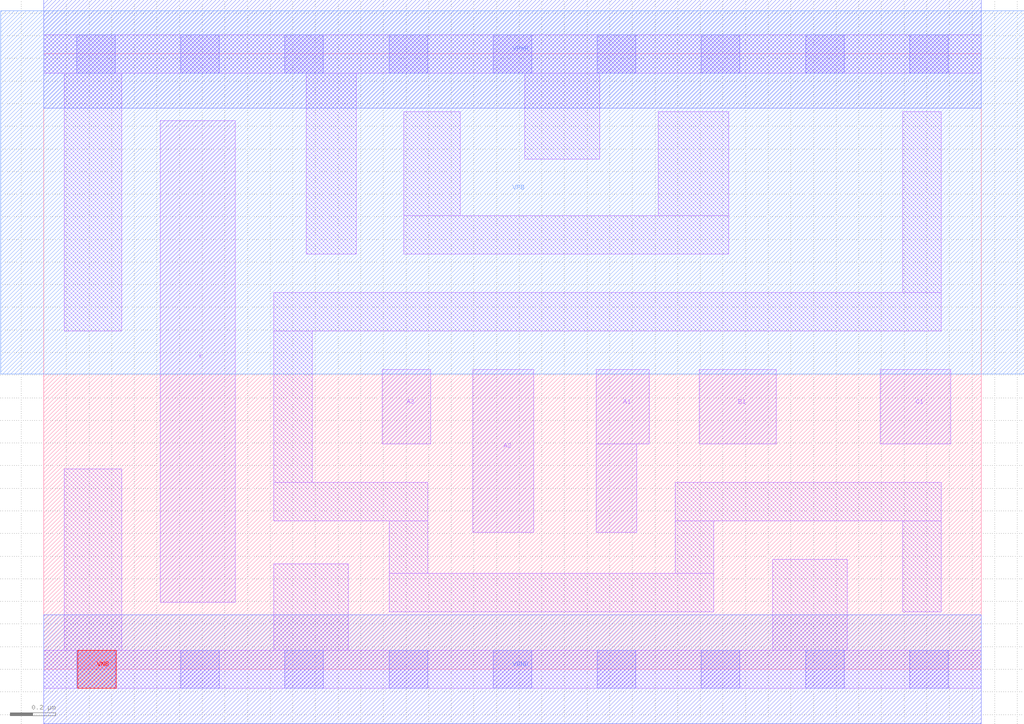
<source format=lef>
# Copyright 2020 The SkyWater PDK Authors
#
# Licensed under the Apache License, Version 2.0 (the "License");
# you may not use this file except in compliance with the License.
# You may obtain a copy of the License at
#
#     https://www.apache.org/licenses/LICENSE-2.0
#
# Unless required by applicable law or agreed to in writing, software
# distributed under the License is distributed on an "AS IS" BASIS,
# WITHOUT WARRANTIES OR CONDITIONS OF ANY KIND, either express or implied.
# See the License for the specific language governing permissions and
# limitations under the License.
#
# SPDX-License-Identifier: Apache-2.0

VERSION 5.7 ;
  NOWIREEXTENSIONATPIN ON ;
  DIVIDERCHAR "/" ;
  BUSBITCHARS "[]" ;
MACRO sky130_fd_sc_hd__a311o_2
  CLASS CORE ;
  FOREIGN sky130_fd_sc_hd__a311o_2 ;
  ORIGIN  0.000000  0.000000 ;
  SIZE  4.140000 BY  2.720000 ;
  SYMMETRY X Y R90 ;
  SITE unithd ;
  PIN A1
    ANTENNAGATEAREA  0.247500 ;
    DIRECTION INPUT ;
    USE SIGNAL ;
    PORT
      LAYER li1 ;
        RECT 2.440000 0.605000 2.620000 0.995000 ;
        RECT 2.440000 0.995000 2.675000 1.325000 ;
    END
  END A1
  PIN A2
    ANTENNAGATEAREA  0.247500 ;
    DIRECTION INPUT ;
    USE SIGNAL ;
    PORT
      LAYER li1 ;
        RECT 1.895000 0.605000 2.165000 1.325000 ;
    END
  END A2
  PIN A3
    ANTENNAGATEAREA  0.247500 ;
    DIRECTION INPUT ;
    USE SIGNAL ;
    PORT
      LAYER li1 ;
        RECT 1.495000 0.995000 1.710000 1.325000 ;
    END
  END A3
  PIN B1
    ANTENNAGATEAREA  0.247500 ;
    DIRECTION INPUT ;
    USE SIGNAL ;
    PORT
      LAYER li1 ;
        RECT 2.895000 0.995000 3.235000 1.325000 ;
    END
  END B1
  PIN C1
    ANTENNAGATEAREA  0.247500 ;
    DIRECTION INPUT ;
    USE SIGNAL ;
    PORT
      LAYER li1 ;
        RECT 3.695000 0.995000 4.005000 1.325000 ;
    END
  END C1
  PIN X
    ANTENNADIFFAREA  0.445500 ;
    DIRECTION OUTPUT ;
    USE SIGNAL ;
    PORT
      LAYER li1 ;
        RECT 0.515000 0.295000 0.845000 2.425000 ;
    END
  END X
  PIN VGND
    DIRECTION INOUT ;
    SHAPE ABUTMENT ;
    USE GROUND ;
    PORT
      LAYER met1 ;
        RECT 0.000000 -0.240000 4.140000 0.240000 ;
    END
  END VGND
  PIN VNB
    DIRECTION INOUT ;
    USE GROUND ;
    PORT
      LAYER pwell ;
        RECT 0.150000 -0.085000 0.320000 0.085000 ;
    END
  END VNB
  PIN VPB
    DIRECTION INOUT ;
    USE POWER ;
    PORT
      LAYER nwell ;
        RECT -0.190000 1.305000 4.330000 2.910000 ;
    END
  END VPB
  PIN VPWR
    DIRECTION INOUT ;
    SHAPE ABUTMENT ;
    USE POWER ;
    PORT
      LAYER met1 ;
        RECT 0.000000 2.480000 4.140000 2.960000 ;
    END
  END VPWR
  OBS
    LAYER li1 ;
      RECT 0.000000 -0.085000 4.140000 0.085000 ;
      RECT 0.000000  2.635000 4.140000 2.805000 ;
      RECT 0.090000  0.085000 0.345000 0.885000 ;
      RECT 0.090000  1.495000 0.345000 2.635000 ;
      RECT 1.015000  0.085000 1.345000 0.465000 ;
      RECT 1.015000  0.655000 1.695000 0.825000 ;
      RECT 1.015000  0.825000 1.185000 1.495000 ;
      RECT 1.015000  1.495000 3.965000 1.665000 ;
      RECT 1.160000  1.835000 1.380000 2.635000 ;
      RECT 1.525000  0.255000 2.960000 0.425000 ;
      RECT 1.525000  0.425000 1.695000 0.655000 ;
      RECT 1.590000  1.835000 3.025000 2.005000 ;
      RECT 1.590000  2.005000 1.840000 2.465000 ;
      RECT 2.125000  2.255000 2.455000 2.635000 ;
      RECT 2.715000  2.005000 3.025000 2.465000 ;
      RECT 2.790000  0.425000 2.960000 0.655000 ;
      RECT 2.790000  0.655000 3.965000 0.825000 ;
      RECT 3.220000  0.085000 3.550000 0.485000 ;
      RECT 3.795000  0.255000 3.965000 0.655000 ;
      RECT 3.795000  1.665000 3.965000 2.465000 ;
    LAYER mcon ;
      RECT 0.145000 -0.085000 0.315000 0.085000 ;
      RECT 0.145000  2.635000 0.315000 2.805000 ;
      RECT 0.605000 -0.085000 0.775000 0.085000 ;
      RECT 0.605000  2.635000 0.775000 2.805000 ;
      RECT 1.065000 -0.085000 1.235000 0.085000 ;
      RECT 1.065000  2.635000 1.235000 2.805000 ;
      RECT 1.525000 -0.085000 1.695000 0.085000 ;
      RECT 1.525000  2.635000 1.695000 2.805000 ;
      RECT 1.985000 -0.085000 2.155000 0.085000 ;
      RECT 1.985000  2.635000 2.155000 2.805000 ;
      RECT 2.445000 -0.085000 2.615000 0.085000 ;
      RECT 2.445000  2.635000 2.615000 2.805000 ;
      RECT 2.905000 -0.085000 3.075000 0.085000 ;
      RECT 2.905000  2.635000 3.075000 2.805000 ;
      RECT 3.365000 -0.085000 3.535000 0.085000 ;
      RECT 3.365000  2.635000 3.535000 2.805000 ;
      RECT 3.825000 -0.085000 3.995000 0.085000 ;
      RECT 3.825000  2.635000 3.995000 2.805000 ;
  END
END sky130_fd_sc_hd__a311o_2
END LIBRARY

</source>
